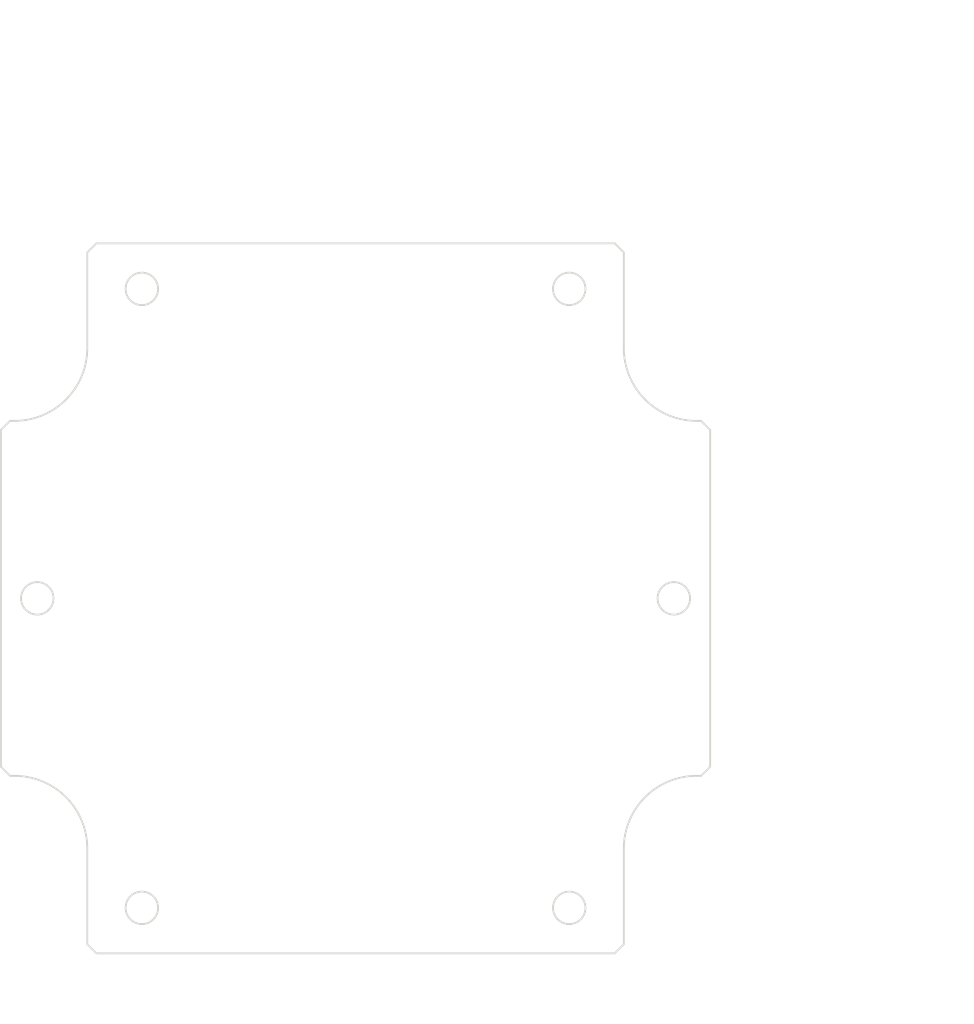
<source format=kicad_pcb>
(kicad_pcb (version 20171130) (host pcbnew "(5.1.0)-1")

  (general
    (thickness 1.6)
    (drawings 93)
    (tracks 0)
    (zones 0)
    (modules 0)
    (nets 1)
  )

  (page A4)
  (layers
    (0 F.Cu signal)
    (31 B.Cu signal)
    (32 B.Adhes user)
    (33 F.Adhes user)
    (34 B.Paste user)
    (35 F.Paste user)
    (36 B.SilkS user)
    (37 F.SilkS user)
    (38 B.Mask user)
    (39 F.Mask user)
    (40 Dwgs.User user)
    (41 Cmts.User user)
    (42 Eco1.User user)
    (43 Eco2.User user)
    (44 Edge.Cuts user)
    (45 Margin user)
    (46 B.CrtYd user)
    (47 F.CrtYd user)
    (48 B.Fab user)
    (49 F.Fab user)
  )

  (setup
    (last_trace_width 0.25)
    (trace_clearance 0.2)
    (zone_clearance 0.508)
    (zone_45_only no)
    (trace_min 0.2)
    (via_size 0.8)
    (via_drill 0.4)
    (via_min_size 0.4)
    (via_min_drill 0.3)
    (uvia_size 0.3)
    (uvia_drill 0.1)
    (uvias_allowed no)
    (uvia_min_size 0.2)
    (uvia_min_drill 0.1)
    (edge_width 0.05)
    (segment_width 0.2)
    (pcb_text_width 0.3)
    (pcb_text_size 1.5 1.5)
    (mod_edge_width 0.12)
    (mod_text_size 1 1)
    (mod_text_width 0.15)
    (pad_size 1.524 1.524)
    (pad_drill 0.762)
    (pad_to_mask_clearance 0.051)
    (solder_mask_min_width 0.25)
    (aux_axis_origin 0 0)
    (visible_elements FFFFFF7F)
    (pcbplotparams
      (layerselection 0x010fc_ffffffff)
      (usegerberextensions false)
      (usegerberattributes false)
      (usegerberadvancedattributes false)
      (creategerberjobfile false)
      (excludeedgelayer true)
      (linewidth 0.152400)
      (plotframeref false)
      (viasonmask false)
      (mode 1)
      (useauxorigin false)
      (hpglpennumber 1)
      (hpglpenspeed 20)
      (hpglpendiameter 15.000000)
      (psnegative false)
      (psa4output false)
      (plotreference true)
      (plotvalue true)
      (plotinvisibletext false)
      (padsonsilk false)
      (subtractmaskfromsilk false)
      (outputformat 1)
      (mirror false)
      (drillshape 1)
      (scaleselection 1)
      (outputdirectory ""))
  )

  (net 0 "")

  (net_class Default "This is the default net class."
    (clearance 0.2)
    (trace_width 0.25)
    (via_dia 0.8)
    (via_drill 0.4)
    (uvia_dia 0.3)
    (uvia_drill 0.1)
  )

  (gr_line (start 157.151541 69.501564) (end 100.151541 69.501564) (layer Edge.Cuts) (width 0.2))
  (gr_line (start 158.151541 81.001564) (end 158.151541 70.501564) (layer Edge.Cuts) (width 0.2))
  (gr_arc (start 166.151541 81.001564) (end 158.151541 81.001564) (angle -90) (layer Edge.Cuts) (width 0.2))
  (gr_line (start 166.651541 89.001564) (end 166.151541 89.001564) (layer Edge.Cuts) (width 0.2))
  (gr_line (start 167.651541 90.001564) (end 167.651541 127.001564) (layer Edge.Cuts) (width 0.2))
  (gr_circle (center 152.151541 74.501564) (end 153.937478 74.501564) (layer Edge.Cuts) (width 0.2))
  (gr_line (start 166.651541 128.001564) (end 166.151541 128.001564) (layer Edge.Cuts) (width 0.2))
  (gr_arc (start 166.151541 136.001564) (end 166.151541 128.001564) (angle -90) (layer Edge.Cuts) (width 0.2))
  (gr_line (start 158.151541 136.001564) (end 158.151541 146.501564) (layer Edge.Cuts) (width 0.2))
  (gr_line (start 100.151541 147.501564) (end 157.151541 147.501564) (layer Edge.Cuts) (width 0.2))
  (gr_line (start 99.151541 136.001564) (end 99.151541 146.501564) (layer Edge.Cuts) (width 0.2))
  (gr_arc (start 91.151541 136.001564) (end 99.151541 136.001564) (angle -90) (layer Edge.Cuts) (width 0.2))
  (gr_line (start 90.651541 128.001564) (end 91.151541 128.001564) (layer Edge.Cuts) (width 0.2))
  (gr_circle (center 152.151541 142.501564) (end 153.937478 142.501564) (layer Edge.Cuts) (width 0.2))
  (gr_circle (center 105.151541 142.501564) (end 106.937478 142.501564) (layer Edge.Cuts) (width 0.2))
  (gr_circle (center 163.651541 108.501564) (end 165.437478 108.501564) (layer Edge.Cuts) (width 0.2))
  (gr_circle (center 93.651541 108.501564) (end 95.437478 108.501564) (layer Edge.Cuts) (width 0.2))
  (gr_arc (start 91.151541 81.001564) (end 91.151541 89.001564) (angle -90) (layer Edge.Cuts) (width 0.2))
  (gr_line (start 99.151541 81.001564) (end 99.151541 70.501564) (layer Edge.Cuts) (width 0.2))
  (gr_line (start 89.651541 127.001564) (end 89.651541 90.001564) (layer Edge.Cuts) (width 0.2))
  (gr_circle (center 105.151541 74.501564) (end 106.937478 74.501564) (layer Edge.Cuts) (width 0.2))
  (gr_line (start 90.651541 89.001564) (end 91.151541 89.001564) (layer Edge.Cuts) (width 0.2))
  (gr_line (start 99.151541 70.501564) (end 100.151541 69.501564) (layer Edge.Cuts) (width 0.2))
  (gr_line (start 157.151541 69.501564) (end 158.151541 70.501564) (layer Edge.Cuts) (width 0.2))
  (gr_line (start 166.651541 89.001564) (end 167.651541 90.001564) (layer Edge.Cuts) (width 0.2))
  (gr_line (start 167.651541 127.001564) (end 166.651541 128.001564) (layer Edge.Cuts) (width 0.2))
  (gr_line (start 158.151541 146.501564) (end 157.151541 147.501564) (layer Edge.Cuts) (width 0.2))
  (gr_line (start 100.151541 147.501564) (end 99.151541 146.501564) (layer Edge.Cuts) (width 0.2))
  (gr_line (start 90.651541 128.001564) (end 89.651541 127.001564) (layer Edge.Cuts) (width 0.2))
  (gr_line (start 89.651541 90.001564) (end 90.651541 89.001564) (layer Edge.Cuts) (width 0.2))
  (gr_text [3.07] (at 136.188153 47.929274) (layer Dwgs.User)
    (effects (font (size 1.7 1.53) (thickness 0.2125)))
  )
  (gr_text " 78.00" (at 136.188153 44.371839) (layer Dwgs.User)
    (effects (font (size 1.7 1.53) (thickness 0.2125)))
  )
  (gr_line (start 165.651541 46.039813) (end 140.232764 46.039813) (layer Dwgs.User) (width 0.2))
  (gr_line (start 91.651541 46.039813) (end 132.143542 46.039813) (layer Dwgs.User) (width 0.2))
  (gr_line (start 167.651541 89.001564) (end 167.651541 42.864813) (layer Dwgs.User) (width 0.2))
  (gr_line (start 89.651541 89.001564) (end 89.651541 42.864813) (layer Dwgs.User) (width 0.2))
  (gr_text [2.32] (at 135.910025 59.485966) (layer Dwgs.User)
    (effects (font (size 1.7 1.53) (thickness 0.2125)))
  )
  (gr_text " 59.00" (at 135.910025 55.928531) (layer Dwgs.User)
    (effects (font (size 1.7 1.53) (thickness 0.2125)))
  )
  (gr_line (start 156.151541 57.596505) (end 139.954636 57.596505) (layer Dwgs.User) (width 0.2))
  (gr_line (start 101.151541 57.596505) (end 131.865414 57.596505) (layer Dwgs.User) (width 0.2))
  (gr_line (start 158.151541 69.501564) (end 158.151541 54.421505) (layer Dwgs.User) (width 0.2))
  (gr_line (start 99.151541 69.501564) (end 99.151541 54.421505) (layer Dwgs.User) (width 0.2))
  (gr_text [1.85] (at 120.814864 65.29582) (layer Dwgs.User)
    (effects (font (size 1.7 1.53) (thickness 0.2125)))
  )
  (gr_text " 47.00" (at 120.814864 61.738385) (layer Dwgs.User)
    (effects (font (size 1.7 1.53) (thickness 0.2125)))
  )
  (gr_line (start 107.151541 63.406359) (end 116.770252 63.406359) (layer Dwgs.User) (width 0.2))
  (gr_line (start 150.151541 63.406359) (end 124.859475 63.406359) (layer Dwgs.User) (width 0.2))
  (gr_line (start 105.151541 73.501564) (end 105.151541 60.231359) (layer Dwgs.User) (width 0.2))
  (gr_line (start 152.151541 73.501564) (end 152.151541 60.231359) (layer Dwgs.User) (width 0.2))
  (gr_text [3.07] (at 192.66084 103.328202) (layer Dwgs.User)
    (effects (font (size 1.7 1.53) (thickness 0.2125)))
  )
  (gr_text " 78.00" (at 192.66084 99.770767) (layer Dwgs.User)
    (effects (font (size 1.7 1.53) (thickness 0.2125)))
  )
  (gr_line (start 192.66084 145.501564) (end 192.66084 104.996176) (layer Dwgs.User) (width 0.2))
  (gr_line (start 192.66084 71.501564) (end 192.66084 97.881306) (layer Dwgs.User) (width 0.2))
  (gr_line (start 158.151541 147.501564) (end 195.83584 147.501564) (layer Dwgs.User) (width 0.2))
  (gr_line (start 158.151541 69.501564) (end 195.83584 69.501564) (layer Dwgs.User) (width 0.2))
  (gr_text [2.68] (at 184.151541 117.22105) (layer Dwgs.User)
    (effects (font (size 1.7 1.53) (thickness 0.2125)))
  )
  (gr_text " 68.00" (at 184.151541 113.663615) (layer Dwgs.User)
    (effects (font (size 1.7 1.53) (thickness 0.2125)))
  )
  (gr_line (start 184.151541 140.501564) (end 184.151541 118.889024) (layer Dwgs.User) (width 0.2))
  (gr_line (start 184.151541 76.501564) (end 184.151541 111.774154) (layer Dwgs.User) (width 0.2))
  (gr_line (start 153.151541 142.501564) (end 187.326541 142.501564) (layer Dwgs.User) (width 0.2))
  (gr_line (start 153.151541 74.501564) (end 187.326541 74.501564) (layer Dwgs.User) (width 0.2))
  (gr_line (start 152.151541 142.591564) (end 152.151541 142.411564) (layer Dwgs.User) (width 0.2))
  (gr_line (start 152.061541 142.501564) (end 152.241541 142.501564) (layer Dwgs.User) (width 0.2))
  (gr_text " ∅3.57\n[∅0.14]" (at 139.185311 152.571497) (layer Dwgs.User)
    (effects (font (size 1.7 1.53) (thickness 0.2125)))
  )
  (gr_line (start 146.223955 152.571497) (end 150.231008 145.764213) (layer Dwgs.User) (width 0.2))
  (gr_line (start 143.72218 152.571497) (end 146.223955 152.571497) (layer Dwgs.User) (width 0.2))
  (gr_text [R0.31] (at 107.139571 129.135395) (layer Dwgs.User)
    (effects (font (size 1.7 1.53) (thickness 0.2125)))
  )
  (gr_text " R8.00" (at 107.139571 125.577959) (layer Dwgs.User)
    (effects (font (size 1.7 1.53) (thickness 0.2125)))
  )
  (gr_line (start 100.170058 127.245933) (end 98.326408 129.035842) (layer Dwgs.User) (width 0.2))
  (gr_line (start 102.6688 127.245933) (end 100.170058 127.245933) (layer Dwgs.User) (width 0.2))
  (gr_text [.20] (at 178.113183 64.949129) (layer Dwgs.User)
    (effects (font (size 1.7 1.53) (thickness 0.2125)))
  )
  (gr_text " 5.00" (at 178.113183 61.391694) (layer Dwgs.User)
    (effects (font (size 1.7 1.53) (thickness 0.2125)))
  )
  (gr_line (start 172.728974 63.059668) (end 174.728974 63.059668) (layer Dwgs.User) (width 0.2))
  (gr_line (start 172.728974 67.501564) (end 172.728974 63.059668) (layer Dwgs.User) (width 0.2))
  (gr_line (start 172.728974 76.501564) (end 172.728974 78.501564) (layer Dwgs.User) (width 0.2))
  (gr_line (start 153.151541 74.501564) (end 175.903974 74.501564) (layer Dwgs.User) (width 0.2))
  (gr_line (start 158.151541 69.501564) (end 175.903974 69.501564) (layer Dwgs.User) (width 0.2))
  (gr_text [.16] (at 175.03575 114.958085) (layer Dwgs.User)
    (effects (font (size 1.7 1.53) (thickness 0.2125)))
  )
  (gr_text " 4.00" (at 175.03575 111.40065) (layer Dwgs.User)
    (effects (font (size 1.7 1.53) (thickness 0.2125)))
  )
  (gr_line (start 169.651541 113.068624) (end 171.651541 113.068624) (layer Dwgs.User) (width 0.2))
  (gr_line (start 161.651541 113.068624) (end 159.651541 113.068624) (layer Dwgs.User) (width 0.2))
  (gr_line (start 163.651541 109.501564) (end 163.651541 116.243624) (layer Dwgs.User) (width 0.2))
  (gr_text [2.76] (at 121.260266 53.602559) (layer Dwgs.User)
    (effects (font (size 1.7 1.53) (thickness 0.2125)))
  )
  (gr_text " 70.00" (at 121.260266 50.045124) (layer Dwgs.User)
    (effects (font (size 1.7 1.53) (thickness 0.2125)))
  )
  (gr_line (start 95.651541 51.713098) (end 117.215654 51.713098) (layer Dwgs.User) (width 0.2))
  (gr_line (start 161.651541 51.713098) (end 125.304877 51.713098) (layer Dwgs.User) (width 0.2))
  (gr_line (start 93.651541 107.501564) (end 93.651541 48.538098) (layer Dwgs.User) (width 0.2))
  (gr_line (start 163.651541 107.501564) (end 163.651541 48.538098) (layer Dwgs.User) (width 0.2))
  (gr_text [1.54] (at 177.742203 102.796116) (layer Dwgs.User)
    (effects (font (size 1.7 1.53) (thickness 0.2125)))
  )
  (gr_text " 39.00" (at 177.742203 99.238101) (layer Dwgs.User)
    (effects (font (size 1.7 1.53) (thickness 0.2125)))
  )
  (gr_line (start 177.742203 91.001564) (end 177.742203 97.34864) (layer Dwgs.User) (width 0.2))
  (gr_line (start 177.742203 126.001564) (end 177.742203 104.46467) (layer Dwgs.User) (width 0.2))
  (gr_line (start 167.651541 89.001564) (end 180.917203 89.001564) (layer Dwgs.User) (width 0.2))
  (gr_line (start 167.151541 128.001564) (end 180.917203 128.001564) (layer Dwgs.User) (width 0.2))

)

</source>
